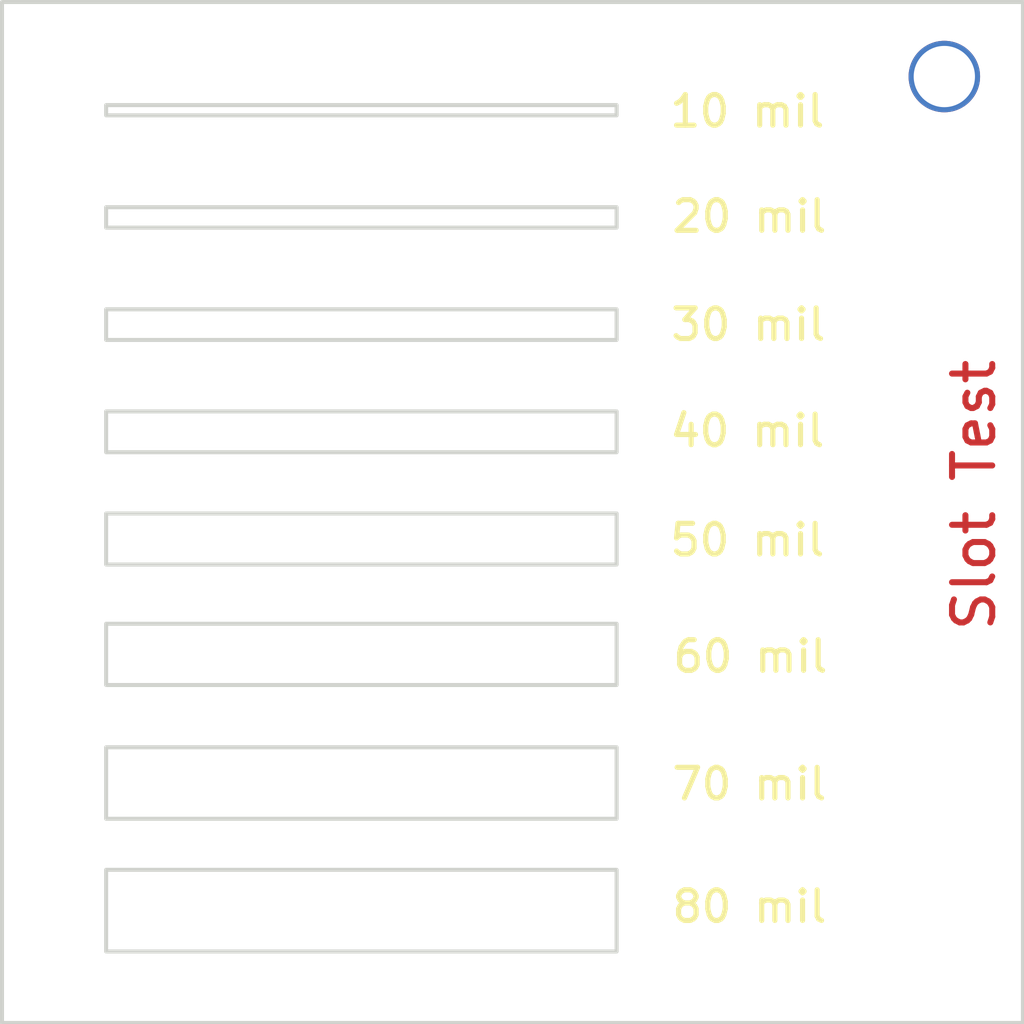
<source format=kicad_pcb>
(kicad_pcb (version 20210126) (generator pcbnew)

  (general
    (thickness 1.6)
  )

  (paper "A4")
  (layers
    (0 "F.Cu" signal)
    (31 "B.Cu" signal)
    (32 "B.Adhes" user "B.Adhesive")
    (33 "F.Adhes" user "F.Adhesive")
    (34 "B.Paste" user)
    (35 "F.Paste" user)
    (36 "B.SilkS" user)
    (37 "F.SilkS" user)
    (38 "B.Mask" user)
    (39 "F.Mask" user)
    (40 "Dwgs.User" user "User.Drawings")
    (41 "Cmts.User" user "User.Comments")
    (42 "Eco1.User" user "User.Eco1")
    (43 "Eco2.User" user "User.Eco2")
    (44 "Edge.Cuts" user)
    (45 "Margin" user)
    (46 "B.CrtYd" user "B.Courtyard")
    (47 "F.CrtYd" user "F.Courtyard")
    (48 "B.Fab" user)
    (49 "F.Fab" user)
    (50 "User.1" user)
    (51 "User.2" user)
    (52 "User.3" user)
    (53 "User.4" user)
    (54 "User.5" user)
    (55 "User.6" user)
    (56 "User.7" user)
    (57 "User.8" user)
    (58 "User.9" user)
  )

  (setup
    (stackup
      (layer "F.SilkS" (type "Top Silk Screen"))
      (layer "F.Paste" (type "Top Solder Paste"))
      (layer "F.Mask" (type "Top Solder Mask") (color "Green") (thickness 0.01))
      (layer "F.Cu" (type "copper") (thickness 0.035))
      (layer "dielectric 1" (type "core") (thickness 1.51) (material "FR4") (epsilon_r 4.5) (loss_tangent 0.02))
      (layer "B.Cu" (type "copper") (thickness 0.035))
      (layer "B.Mask" (type "Bottom Solder Mask") (color "Green") (thickness 0.01))
      (layer "B.Paste" (type "Bottom Solder Paste"))
      (layer "B.SilkS" (type "Bottom Silk Screen"))
      (copper_finish "None")
      (dielectric_constraints no)
    )
    (grid_origin 126.0856 62.103)
    (pcbplotparams
      (layerselection 0x00010fc_ffffffff)
      (disableapertmacros false)
      (usegerberextensions false)
      (usegerberattributes true)
      (usegerberadvancedattributes true)
      (creategerberjobfile true)
      (svguseinch false)
      (svgprecision 6)
      (excludeedgelayer true)
      (plotframeref false)
      (viasonmask false)
      (mode 1)
      (useauxorigin true)
      (hpglpennumber 1)
      (hpglpenspeed 20)
      (hpglpendiameter 15.000000)
      (dxfpolygonmode true)
      (dxfimperialunits true)
      (dxfusepcbnewfont true)
      (psnegative false)
      (psa4output false)
      (plotreference true)
      (plotvalue true)
      (plotinvisibletext false)
      (sketchpadsonfab false)
      (subtractmaskfromsilk false)
      (outputformat 1)
      (mirror false)
      (drillshape 0)
      (scaleselection 1)
      (outputdirectory "gerbers/cutouts")
    )
  )


  (net 0 "")

  (gr_line (start 128.4986 62.103) (end 128.4986 87.4268) (layer "Eco2.User") (width 0.15) (tstamp 3c3362b8-e2b5-4c20-aa61-25008100be9f))
  (gr_line (start 142.621 62.1284) (end 142.621 87.4522) (layer "Eco2.User") (width 0.15) (tstamp 9b8d082c-300d-4137-b9af-c56a902163e1))
  (gr_rect (start 126.0348 62.0776) (end 151.4348 87.4776) (layer "Edge.Cuts") (width 0.1) (fill none) (tstamp 12a995ac-00e2-4c34-ad2e-10d3ee600528))
  (gr_rect (start 128.6256 77.5462) (end 141.3256 79.0702) (layer "Edge.Cuts") (width 0.1) (fill none) (tstamp 3607ec39-741c-430d-a126-a55861f530f5))
  (gr_rect (start 128.6256 83.6676) (end 141.3256 85.6996) (layer "Edge.Cuts") (width 0.1) (fill none) (tstamp 725e972a-8c45-4fe2-af15-0a9e41b443d7))
  (gr_rect (start 128.6256 80.6196) (end 141.3256 82.3976) (layer "Edge.Cuts") (width 0.1) (fill none) (tstamp b02dc6cf-6470-498d-b4d5-1584b537bf2b))
  (gr_rect (start 128.6256 72.263) (end 141.3256 73.279) (layer "Edge.Cuts") (width 0.1) (fill none) (tstamp baf7755a-4fc3-4f1c-9323-5debe78a2afa))
  (gr_rect (start 128.6256 64.643) (end 141.3256 64.897) (layer "Edge.Cuts") (width 0.1) (fill none) (tstamp c1ee04f6-9b58-41b9-81be-f8f19b78439f))
  (gr_rect (start 128.6256 69.723) (end 141.3256 70.485) (layer "Edge.Cuts") (width 0.1) (fill none) (tstamp c56434ae-e990-4848-bc3b-6b24c7d1b7fc))
  (gr_rect (start 128.6256 74.803) (end 141.3256 76.073) (layer "Edge.Cuts") (width 0.1) (fill none) (tstamp e4672016-ad29-431e-8480-e7066f9591c0))
  (gr_rect (start 128.6256 67.183) (end 141.3256 67.691) (layer "Edge.Cuts") (width 0.1) (fill none) (tstamp f2daaf0f-07c1-4511-b469-4f511814c1a0))
  (gr_text "Slot Test" (at 150.2156 74.3458 90) (layer "F.Cu") (tstamp 6d17696d-3987-4a25-b6d0-a3e7d9a339ed)
    (effects (font (size 1 1) (thickness 0.15)))
  )
  (gr_text "40 mil" (at 144.5768 72.7456) (layer "F.SilkS") (tstamp 191f7bfd-729a-481a-8d0c-a101f26293fd)
    (effects (font (size 0.762 0.762) (thickness 0.127)))
  )
  (gr_text "80 mil" (at 144.6276 84.582) (layer "F.SilkS") (tstamp 5a8328d6-4224-4b06-b624-ed4603244c8f)
    (effects (font (size 0.762 0.762) (thickness 0.127)))
  )
  (gr_text "20 mil" (at 144.6276 67.4116) (layer "F.SilkS") (tstamp 75a5a8ad-e017-4b21-9475-11c1e3fad92f)
    (effects (font (size 0.762 0.762) (thickness 0.127)))
  )
  (gr_text "70 mil" (at 144.6276 81.534) (layer "F.SilkS") (tstamp 8c4e6dd9-75f0-4d5c-b925-cf2bfd436f3d)
    (effects (font (size 0.762 0.762) (thickness 0.127)))
  )
  (gr_text "30 mil" (at 144.6022 70.104) (layer "F.SilkS") (tstamp 8cf32784-2d11-4fd3-a727-7ed407ffaf76)
    (effects (font (size 0.762 0.762) (thickness 0.127)))
  )
  (gr_text "50 mil" (at 144.5768 75.4634) (layer "F.SilkS") (tstamp 9c280957-b037-4fe8-a77d-fee8fd4ffdef)
    (effects (font (size 0.762 0.762) (thickness 0.127)))
  )
  (gr_text "60 mil" (at 144.653 78.359) (layer "F.SilkS") (tstamp ab2b0828-51dc-45de-b606-98a61c7481a3)
    (effects (font (size 0.762 0.762) (thickness 0.127)))
  )
  (gr_text "10 mil" (at 144.5768 64.7954) (layer "F.SilkS") (tstamp bac1ea82-e3cd-41b8-bf61-e4ae8ae8b434)
    (effects (font (size 0.762 0.762) (thickness 0.127)))
  )
  (gr_text "Slot Test" (at 150.2156 74.3458 90) (layer "F.Mask") (tstamp 46223b5f-ad73-4508-a169-f8557cec3fce)
    (effects (font (size 1 1) (thickness 0.15)))
  )

  (via (at 149.479 63.9318) (size 1.778) (drill 1.524) (layers "F.Cu" "B.Cu") (free) (net 0) (tstamp af7e79da-e7e6-4657-b92f-a533877a3726))

)

</source>
